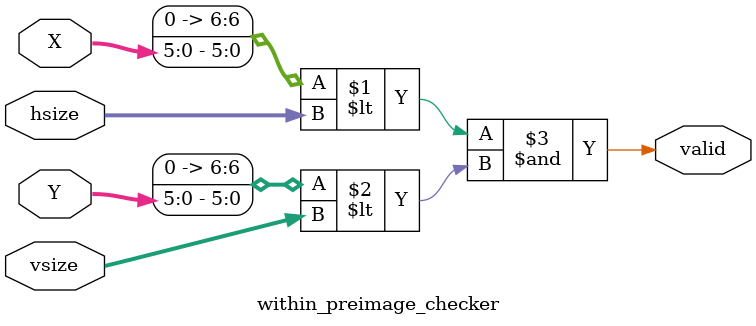
<source format=sv>
module within_preimage_checker (
    output logic        valid,
    input  logic [5:0] X, Y,
    input  logic [6:0] hsize, vsize);

    assign valid = ({1'b0, X} < hsize) & ({1'b0, Y} < vsize);

endmodule: within_preimage_checker

</source>
